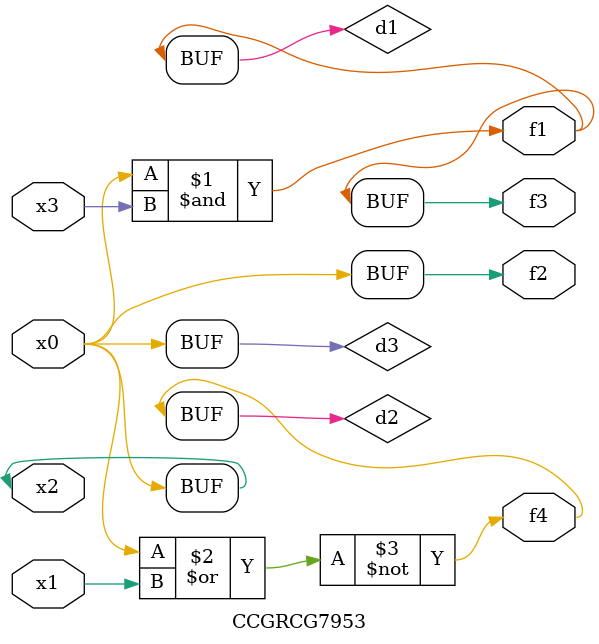
<source format=v>
module CCGRCG7953(
	input x0, x1, x2, x3,
	output f1, f2, f3, f4
);

	wire d1, d2, d3;

	and (d1, x2, x3);
	nor (d2, x0, x1);
	buf (d3, x0, x2);
	assign f1 = d1;
	assign f2 = d3;
	assign f3 = d1;
	assign f4 = d2;
endmodule

</source>
